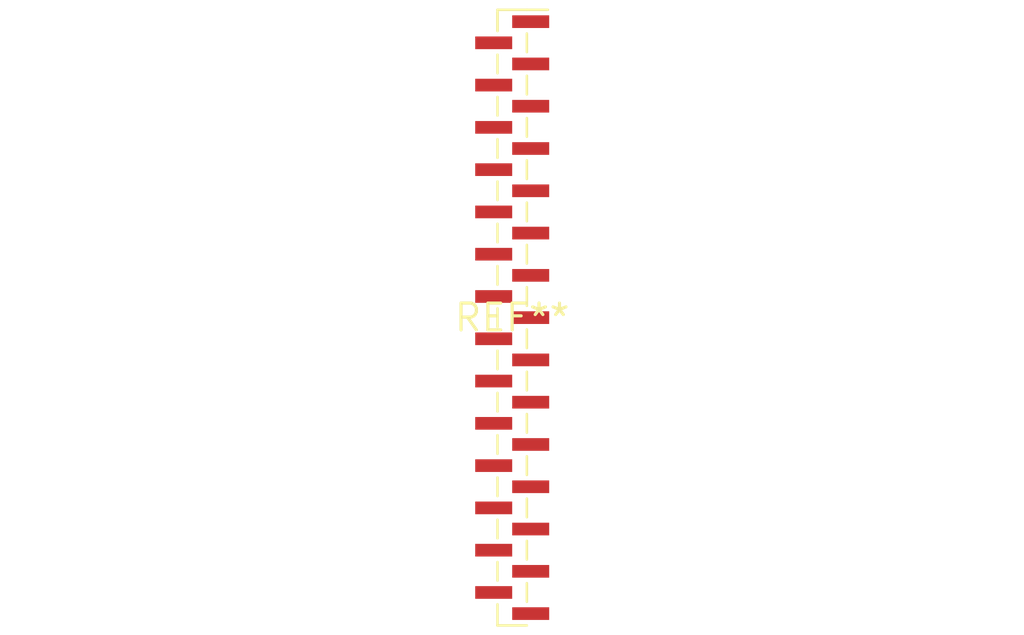
<source format=kicad_pcb>
(kicad_pcb (version 20240108) (generator pcbnew)
  (layers (0 "F.Cu" signal) (31 "B.Cu" signal) (34 "B.Paste" user) (35 "F.Paste" user) (36 "B.SilkS" user "B.Silkscreen") (37 "F.SilkS" user "F.Silkscreen") (38 "B.Mask" user) (39 "F.Mask" user) (44 "Edge.Cuts" user))
  (net 0 "")
  (footprint "PinHeader_1x29_P1.00mm_Vertical_SMD_Pin1Right" (layer "F.Cu") (at 0 0)
    (property "Reference" "REF**")
    (property "Value" "PinHeader_1x29_P1.00mm_Vertical_SMD_Pin1Right")
    (fp_line (start -0.695 -14.56) (end -0.695 -13.56) (layer "F.SilkS") (stroke (width 0.12)))
    (fp_line (start -0.695 -14.56) (end 0.695 -14.56) (layer "F.SilkS") (stroke (width 0.12)))
    (fp_line (start -0.695 -14.44) (end -0.695 -13.56) (layer "F.SilkS") (stroke (width 0.12)))
    (fp_line (start -0.695 -12.44) (end -0.695 -11.56) (layer "F.SilkS") (stroke (width 0.12)))
    (fp_line (start -0.695 -10.44) (end -0.695 -9.56) (layer "F.SilkS") (stroke (width 0.12)))
    (fp_line (start -0.695 -8.44) (end -0.695 -7.56) (layer "F.SilkS") (stroke (width 0.12)))
    (fp_line (start -0.695 -6.44) (end -0.695 -5.56) (layer "F.SilkS") (stroke (width 0.12)))
    (fp_line (start -0.695 -4.44) (end -0.695 -3.56) (layer "F.SilkS") (stroke (width 0.12)))
    (fp_line (start -0.695 -2.44) (end -0.695 -1.56) (layer "F.SilkS") (stroke (width 0.12)))
    (fp_line (start -0.695 -0.44) (end -0.695 0.44) (layer "F.SilkS") (stroke (width 0.12)))
    (fp_line (start -0.695 1.56) (end -0.695 2.44) (layer "F.SilkS") (stroke (width 0.12)))
    (fp_line (start -0.695 3.56) (end -0.695 4.44) (layer "F.SilkS") (stroke (width 0.12)))
    (fp_line (start -0.695 5.56) (end -0.695 6.44) (layer "F.SilkS") (stroke (width 0.12)))
    (fp_line (start -0.695 7.56) (end -0.695 8.44) (layer "F.SilkS") (stroke (width 0.12)))
    (fp_line (start -0.695 9.56) (end -0.695 10.44) (layer "F.SilkS") (stroke (width 0.12)))
    (fp_line (start -0.695 11.56) (end -0.695 12.44) (layer "F.SilkS") (stroke (width 0.12)))
    (fp_line (start -0.695 13.56) (end -0.695 14.56) (layer "F.SilkS") (stroke (width 0.12)))
    (fp_line (start -0.695 14.56) (end -0.695 14.56) (layer "F.SilkS") (stroke (width 0.12)))
    (fp_line (start -0.695 14.56) (end 0.695 14.56) (layer "F.SilkS") (stroke (width 0.12)))
    (fp_line (start 0.695 -14.56) (end 0.695 -14.56) (layer "F.SilkS") (stroke (width 0.12)))
    (fp_line (start 0.695 -14.56) (end 1.69 -14.56) (layer "F.SilkS") (stroke (width 0.12)))
    (fp_line (start 0.695 -13.44) (end 0.695 -12.56) (layer "F.SilkS") (stroke (width 0.12)))
    (fp_line (start 0.695 -11.44) (end 0.695 -10.56) (layer "F.SilkS") (stroke (width 0.12)))
    (fp_line (start 0.695 -9.44) (end 0.695 -8.56) (layer "F.SilkS") (stroke (width 0.12)))
    (fp_line (start 0.695 -7.44) (end 0.695 -6.56) (layer "F.SilkS") (stroke (width 0.12)))
    (fp_line (start 0.695 -5.44) (end 0.695 -4.56) (layer "F.SilkS") (stroke (width 0.12)))
    (fp_line (start 0.695 -3.44) (end 0.695 -2.56) (layer "F.SilkS") (stroke (width 0.12)))
    (fp_line (start 0.695 -1.44) (end 0.695 -0.56) (layer "F.SilkS") (stroke (width 0.12)))
    (fp_line (start 0.695 0.56) (end 0.695 1.44) (layer "F.SilkS") (stroke (width 0.12)))
    (fp_line (start 0.695 2.56) (end 0.695 3.44) (layer "F.SilkS") (stroke (width 0.12)))
    (fp_line (start 0.695 4.56) (end 0.695 5.44) (layer "F.SilkS") (stroke (width 0.12)))
    (fp_line (start 0.695 6.56) (end 0.695 7.44) (layer "F.SilkS") (stroke (width 0.12)))
    (fp_line (start 0.695 8.56) (end 0.695 9.44) (layer "F.SilkS") (stroke (width 0.12)))
    (fp_line (start 0.695 10.56) (end 0.695 11.44) (layer "F.SilkS") (stroke (width 0.12)))
    (fp_line (start 0.695 12.56) (end 0.695 13.44) (layer "F.SilkS") (stroke (width 0.12)))
    (pad "1" smd rect (at 0.875 -14) (size 1.75 0.6) (layers "F.Cu" "F.Paste" "F.Mask"))
    (pad "2" smd rect (at -0.875 -13) (size 1.75 0.6) (layers "F.Cu" "F.Paste" "F.Mask"))
    (pad "3" smd rect (at 0.875 -12) (size 1.75 0.6) (layers "F.Cu" "F.Paste" "F.Mask"))
    (pad "4" smd rect (at -0.875 -11) (size 1.75 0.6) (layers "F.Cu" "F.Paste" "F.Mask"))
    (pad "5" smd rect (at 0.875 -10) (size 1.75 0.6) (layers "F.Cu" "F.Paste" "F.Mask"))
    (pad "6" smd rect (at -0.875 -9) (size 1.75 0.6) (layers "F.Cu" "F.Paste" "F.Mask"))
    (pad "7" smd rect (at 0.875 -8) (size 1.75 0.6) (layers "F.Cu" "F.Paste" "F.Mask"))
    (pad "8" smd rect (at -0.875 -7) (size 1.75 0.6) (layers "F.Cu" "F.Paste" "F.Mask"))
    (pad "9" smd rect (at 0.875 -6) (size 1.75 0.6) (layers "F.Cu" "F.Paste" "F.Mask"))
    (pad "10" smd rect (at -0.875 -5) (size 1.75 0.6) (layers "F.Cu" "F.Paste" "F.Mask"))
    (pad "11" smd rect (at 0.875 -4) (size 1.75 0.6) (layers "F.Cu" "F.Paste" "F.Mask"))
    (pad "12" smd rect (at -0.875 -3) (size 1.75 0.6) (layers "F.Cu" "F.Paste" "F.Mask"))
    (pad "13" smd rect (at 0.875 -2) (size 1.75 0.6) (layers "F.Cu" "F.Paste" "F.Mask"))
    (pad "14" smd rect (at -0.875 -1) (size 1.75 0.6) (layers "F.Cu" "F.Paste" "F.Mask"))
    (pad "15" smd rect (at 0.875 0) (size 1.75 0.6) (layers "F.Cu" "F.Paste" "F.Mask"))
    (pad "16" smd rect (at -0.875 1) (size 1.75 0.6) (layers "F.Cu" "F.Paste" "F.Mask"))
    (pad "17" smd rect (at 0.875 2) (size 1.75 0.6) (layers "F.Cu" "F.Paste" "F.Mask"))
    (pad "18" smd rect (at -0.875 3) (size 1.75 0.6) (layers "F.Cu" "F.Paste" "F.Mask"))
    (pad "19" smd rect (at 0.875 4) (size 1.75 0.6) (layers "F.Cu" "F.Paste" "F.Mask"))
    (pad "20" smd rect (at -0.875 5) (size 1.75 0.6) (layers "F.Cu" "F.Paste" "F.Mask"))
    (pad "21" smd rect (at 0.875 6) (size 1.75 0.6) (layers "F.Cu" "F.Paste" "F.Mask"))
    (pad "22" smd rect (at -0.875 7) (size 1.75 0.6) (layers "F.Cu" "F.Paste" "F.Mask"))
    (pad "23" smd rect (at 0.875 8) (size 1.75 0.6) (layers "F.Cu" "F.Paste" "F.Mask"))
    (pad "24" smd rect (at -0.875 9) (size 1.75 0.6) (layers "F.Cu" "F.Paste" "F.Mask"))
    (pad "25" smd rect (at 0.875 10) (size 1.75 0.6) (layers "F.Cu" "F.Paste" "F.Mask"))
    (pad "26" smd rect (at -0.875 11) (size 1.75 0.6) (layers "F.Cu" "F.Paste" "F.Mask"))
    (pad "27" smd rect (at 0.875 12) (size 1.75 0.6) (layers "F.Cu" "F.Paste" "F.Mask"))
    (pad "28" smd rect (at -0.875 13) (size 1.75 0.6) (layers "F.Cu" "F.Paste" "F.Mask"))
    (pad "29" smd rect (at 0.875 14) (size 1.75 0.6) (layers "F.Cu" "F.Paste" "F.Mask"))
  )
)
</source>
